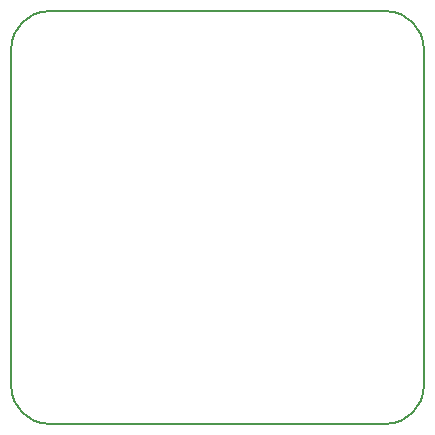
<source format=gbr>
G04 #@! TF.FileFunction,Profile,NP*
%FSLAX46Y46*%
G04 Gerber Fmt 4.6, Leading zero omitted, Abs format (unit mm)*
G04 Created by KiCad (PCBNEW 4.0.7) date 05/10/18 06:31:36*
%MOMM*%
%LPD*%
G01*
G04 APERTURE LIST*
%ADD10C,0.100000*%
%ADD11C,0.150000*%
G04 APERTURE END LIST*
D10*
D11*
X142875000Y-107950000D02*
X142875000Y-79375000D01*
X111125000Y-111125000D02*
X139700000Y-111125000D01*
X107950000Y-79375000D02*
X107950000Y-107950000D01*
X139700000Y-76200000D02*
X111125000Y-76200000D01*
X107950000Y-107950000D02*
G75*
G03X111125000Y-111125000I3175000J0D01*
G01*
X139700000Y-111125000D02*
G75*
G03X142875000Y-107950000I0J3175000D01*
G01*
X142875000Y-79375000D02*
G75*
G03X139700000Y-76200000I-3175000J0D01*
G01*
X111125000Y-76200000D02*
G75*
G03X107950000Y-79375000I0J-3175000D01*
G01*
M02*

</source>
